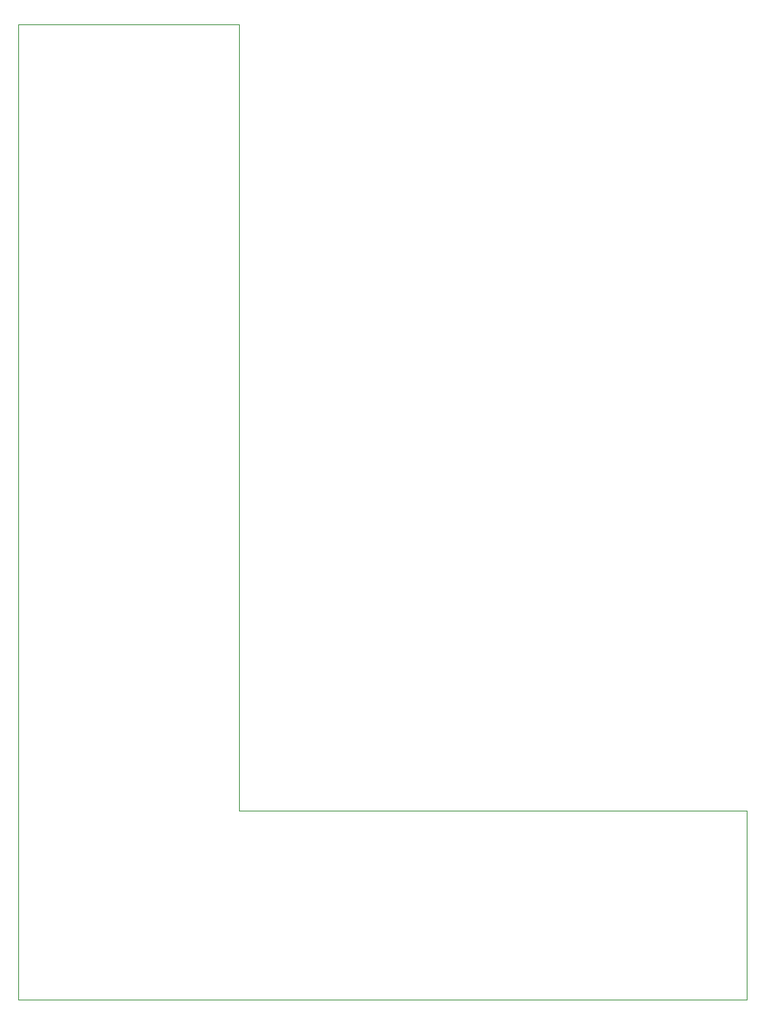
<source format=gbr>
%TF.GenerationSoftware,KiCad,Pcbnew,8.0.3-8.0.3-0~ubuntu20.04.1*%
%TF.CreationDate,2024-07-14T21:33:53+09:00*%
%TF.ProjectId,Gender_A7-100_ArduinoDUE,47656e64-6572-45f4-9137-2d3130305f41,rev?*%
%TF.SameCoordinates,Original*%
%TF.FileFunction,Profile,NP*%
%FSLAX46Y46*%
G04 Gerber Fmt 4.6, Leading zero omitted, Abs format (unit mm)*
G04 Created by KiCad (PCBNEW 8.0.3-8.0.3-0~ubuntu20.04.1) date 2024-07-14 21:33:53*
%MOMM*%
%LPD*%
G01*
G04 APERTURE LIST*
%TA.AperFunction,Profile*%
%ADD10C,0.050000*%
%TD*%
G04 APERTURE END LIST*
D10*
X95500000Y-47625000D02*
X95500000Y-156000000D01*
X176500000Y-156000000D02*
X176500000Y-135000000D01*
X120000000Y-135000000D02*
X120015000Y-47625000D01*
X95500000Y-156000000D02*
X176500000Y-156000000D01*
X120015000Y-47625000D02*
X95500000Y-47625000D01*
X176500000Y-135000000D02*
X120000000Y-135000000D01*
M02*

</source>
